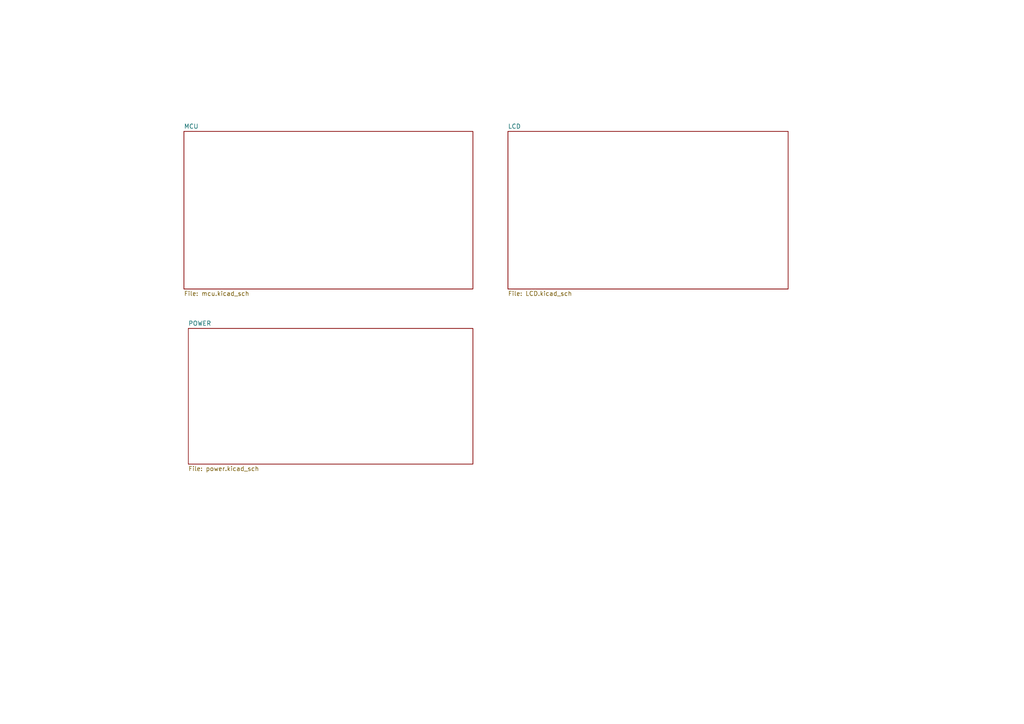
<source format=kicad_sch>
(kicad_sch (version 20211123) (generator eeschema)
  (paper "A4")
  (lib_symbols)
  (sheet (at 53.34 38.1) (size 83.82 45.72) (stroke (width 0.1524))
    (property "Sheet name" "MCU" (at 53.34 37.3884 0) (effects (justify left bottom)))
    (property "Sheet file" "mcu.kicad_sch" (at 53.34 84.4046 0) (effects (justify left top)))
  )
  (sheet (at 147.32 38.1) (size 81.28 45.72) (stroke (width 0.1524))
    (property "Sheet name" "LCD" (at 147.32 37.3884 0) (effects (justify left bottom)))
    (property "Sheet file" "LCD.kicad_sch" (at 147.32 84.4046 0) (effects (justify left top)))
  )
  (sheet (at 54.61 95.25) (size 82.55 39.37) (stroke (width 0.1524))
    (property "Sheet name" "POWER" (at 54.61 94.5384 0) (effects (justify left bottom)))
    (property "Sheet file" "power.kicad_sch" (at 54.61 135.2046 0) (effects (justify left top)))
  )
)
</source>
